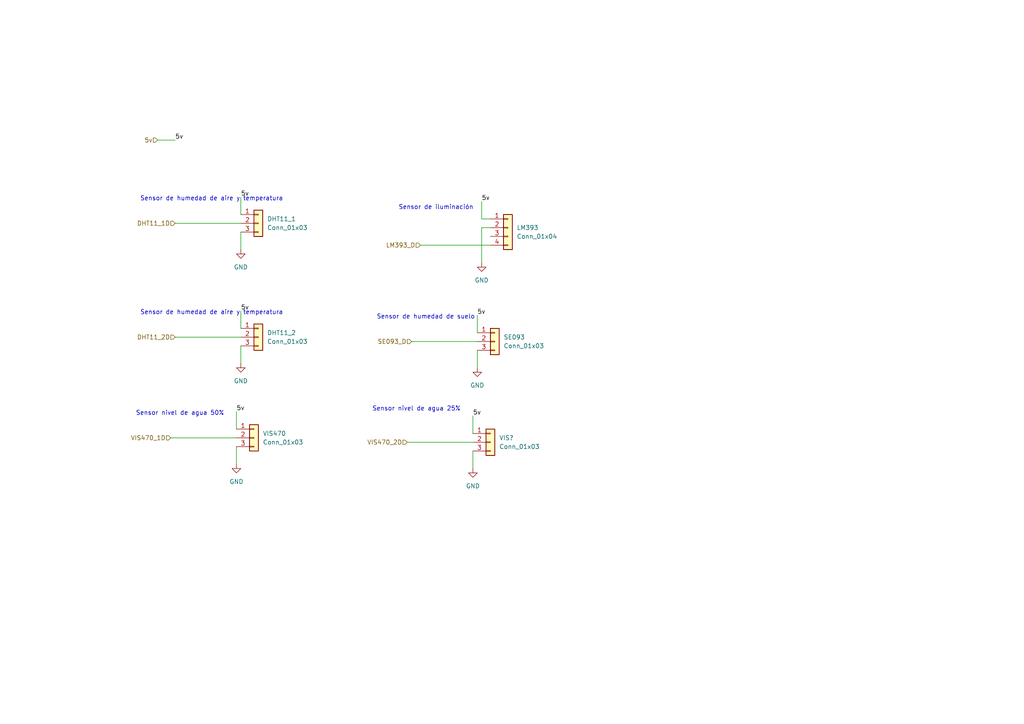
<source format=kicad_sch>
(kicad_sch (version 20211123) (generator eeschema)
  (paper "A4")
  (lib_symbols
    (symbol "Connector_Generic:Conn_01x03" (pin_names (offset 1.016) hide)
      (property "Reference" "J" (at 0 5.08 0))
      (property "Value" "Conn_01x03" (at 0 -5.08 0))
      (symbol "Conn_01x03_1_1"
        (rectangle (start -1.27 -2.413) (end 0 -2.667) (stroke (width 0.1524)))
        (rectangle (start -1.27 0.127) (end 0 -0.127) (stroke (width 0.1524)))
        (rectangle (start -1.27 2.667) (end 0 2.413) (stroke (width 0.1524)))
        (rectangle (start -1.27 3.81) (end 1.27 -3.81) (stroke (width 0.254)) (fill (type background)))
        (pin passive line (at -5.08 2.54 0) (length 3.81) (name "Pin_1") (number "1"))
        (pin passive line (at -5.08 0 0) (length 3.81) (name "Pin_2") (number "2"))
        (pin passive line (at -5.08 -2.54 0) (length 3.81) (name "Pin_3") (number "3"))
      )
    )
    (symbol "Connector_Generic:Conn_01x04" (pin_names (offset 1.016) hide)
      (property "Reference" "J" (at 0 5.08 0))
      (property "Value" "Conn_01x04" (at 0 -7.62 0))
      (symbol "Conn_01x04_1_1"
        (rectangle (start -1.27 -4.953) (end 0 -5.207) (stroke (width 0.1524)))
        (rectangle (start -1.27 -2.413) (end 0 -2.667) (stroke (width 0.1524)))
        (rectangle (start -1.27 0.127) (end 0 -0.127) (stroke (width 0.1524)))
        (rectangle (start -1.27 2.667) (end 0 2.413) (stroke (width 0.1524)))
        (rectangle (start -1.27 3.81) (end 1.27 -6.35) (stroke (width 0.254)) (fill (type background)))
        (pin passive line (at -5.08 2.54 0) (length 3.81) (name "Pin_1") (number "1"))
        (pin passive line (at -5.08 0 0) (length 3.81) (name "Pin_2") (number "2"))
        (pin passive line (at -5.08 -2.54 0) (length 3.81) (name "Pin_3") (number "3"))
        (pin passive line (at -5.08 -5.08 0) (length 3.81) (name "Pin_4") (number "4"))
      )
    )
    (symbol "power:GND" (power) (pin_names (offset 0))
      (property "Value" "GND" (at 0 -3.81 0))
      (symbol "GND_0_1"
        (polyline (pts (xy 0 0) (xy 0 -1.27) (xy 1.27 -1.27) (xy 0 -2.54) (xy -1.27 -1.27) (xy 0 -1.27)))
      )
      (symbol "GND_1_1"
        (pin power_in line (at 0 0 270) (length 0) hide (name "GND") (number "1"))
      )
    )
  )
  (wire (pts (xy 139.7 66.04) (xy 139.7 76.2)))
  (wire (pts (xy 69.85 67.31) (xy 69.85 72.39)))
  (wire (pts (xy 142.24 66.04) (xy 139.7 66.04)))
  (wire (pts (xy 69.85 57.15) (xy 69.85 62.23)))
  (wire (pts (xy 138.43 91.44) (xy 138.43 96.52)))
  (wire (pts (xy 137.16 130.81) (xy 137.16 135.89)))
  (wire (pts (xy 50.8 97.79) (xy 69.85 97.79)))
  (wire (pts (xy 121.92 71.12) (xy 142.24 71.12)))
  (wire (pts (xy 139.7 58.42) (xy 139.7 63.5)))
  (wire (pts (xy 138.43 101.6) (xy 138.43 106.68)))
  (wire (pts (xy 68.58 119.38) (xy 68.58 124.46)))
  (wire (pts (xy 69.85 90.17) (xy 69.85 95.25)))
  (wire (pts (xy 118.11 128.27) (xy 137.16 128.27)))
  (wire (pts (xy 69.85 100.33) (xy 69.85 105.41)))
  (wire (pts (xy 45.72 40.64) (xy 50.8 40.64)))
  (wire (pts (xy 68.58 129.54) (xy 68.58 134.62)))
  (wire (pts (xy 119.38 99.06) (xy 138.43 99.06)))
  (wire (pts (xy 50.8 64.77) (xy 69.85 64.77)))
  (wire (pts (xy 49.53 127) (xy 68.58 127)))
  (wire (pts (xy 137.16 120.65) (xy 137.16 125.73)))
  (wire (pts (xy 139.7 63.5) (xy 142.24 63.5)))
  (text "Sensor de humedad de aire y temperatura" (at 40.64 91.44 0) (effects (font (size 1.27 1.27)) (justify left bottom)))
  (text "Sensor de humedad de suelo" (at 109.22 92.71 0) (effects (font (size 1.27 1.27)) (justify left bottom)))
  (text "Sensor de humedad de aire y temperatura" (at 40.64 58.42 0) (effects (font (size 1.27 1.27)) (justify left bottom)))
  (text "Sensor nivel de agua 50%" (at 39.37 120.65 0) (effects (font (size 1.27 1.27)) (justify left bottom)))
  (text "Sensor nivel de agua 25%" (at 107.95 119.38 0) (effects (font (size 1.27 1.27)) (justify left bottom)))
  (text "Sensor de iluminación" (at 115.57 60.96 0) (effects (font (size 1.27 1.27)) (justify left bottom)))
  (label "5v" (at 68.58 119.38 0))
  (label "5v" (at 139.7 58.42 0))
  (label "5v" (at 50.8 40.64 0))
  (label "5v" (at 69.85 57.15 0))
  (label "5v" (at 69.85 90.17 0))
  (label "5v" (at 137.16 120.65 0))
  (label "5v" (at 138.43 91.44 0))
  (hierarchical_label "DHT11_1D" (shape input) (at 50.8 64.77 180))
  (hierarchical_label "LM393_D" (shape input) (at 121.92 71.12 180))
  (hierarchical_label "SE093_D" (shape input) (at 119.38 99.06 180))
  (hierarchical_label "5v" (shape input) (at 45.72 40.64 180))
  (hierarchical_label "VIS470_2D" (shape input) (at 118.11 128.27 180))
  (hierarchical_label "VIS470_1D" (shape input) (at 49.53 127 180))
  (hierarchical_label "DHT11_2D" (shape input) (at 50.8 97.79 180))
  (symbol (lib_id "Connector_Generic:Conn_01x03") (at 143.51 99.06 0) (unit 1)
    (property "Reference" "SE093" (at 146.05 97.7899 0) (effects (justify left)))
    (property "Value" "Conn_01x03" (at 146.05 100.3299 0) (effects (justify left)))
  )
  (symbol (lib_id "power:GND") (at 137.16 135.89 0) (unit 1)
    (property "Reference" "#PWR?" (effects hide))
    (property "Value" "GND" (at 137.16 140.97 0))
  )
  (symbol (lib_id "Connector_Generic:Conn_01x03") (at 74.93 64.77 0) (unit 1)
    (property "Reference" "DHT11_1" (at 77.47 63.4999 0) (effects (justify left)))
    (property "Value" "Conn_01x03" (at 77.47 66.0399 0) (effects (justify left)))
  )
  (symbol (lib_id "power:GND") (at 69.85 105.41 0) (unit 1)
    (property "Reference" "#PWR?" (effects hide))
    (property "Value" "GND" (at 69.85 110.49 0))
  )
  (symbol (lib_id "power:GND") (at 138.43 106.68 0) (unit 1)
    (property "Reference" "#PWR?" (effects hide))
    (property "Value" "GND" (at 138.43 111.76 0))
  )
  (symbol (lib_id "power:GND") (at 139.7 76.2 0) (unit 1)
    (property "Reference" "#PWR?" (effects hide))
    (property "Value" "GND" (at 139.7 81.28 0))
  )
  (symbol (lib_id "Connector_Generic:Conn_01x03") (at 74.93 97.79 0) (unit 1)
    (property "Reference" "DHT11_2" (at 77.47 96.5199 0) (effects (justify left)))
    (property "Value" "Conn_01x03" (at 77.47 99.0599 0) (effects (justify left)))
  )
  (symbol (lib_id "Connector_Generic:Conn_01x03") (at 142.24 128.27 0) (unit 1)
    (property "Reference" "VIS?" (at 144.78 126.9999 0) (effects (justify left)))
    (property "Value" "Conn_01x03" (at 144.78 129.5399 0) (effects (justify left)))
  )
  (symbol (lib_id "power:GND") (at 68.58 134.62 0) (unit 1)
    (property "Reference" "#PWR?" (effects hide))
    (property "Value" "GND" (at 68.58 139.7 0))
  )
  (symbol (lib_id "Connector_Generic:Conn_01x03") (at 73.66 127 0) (unit 1)
    (property "Reference" "VIS470" (at 76.2 125.7299 0) (effects (justify left)))
    (property "Value" "Conn_01x03" (at 76.2 128.2699 0) (effects (justify left)))
  )
  (symbol (lib_id "power:GND") (at 69.85 72.39 0) (unit 1)
    (property "Reference" "#PWR?" (effects hide))
    (property "Value" "GND" (at 69.85 77.47 0))
  )
  (symbol (lib_id "Connector_Generic:Conn_01x04") (at 147.32 66.04 0) (unit 1)
    (property "Reference" "LM393" (at 149.86 66.0399 0) (effects (justify left)))
    (property "Value" "Conn_01x04" (at 149.86 68.5799 0) (effects (justify left)))
  )
)
</source>
